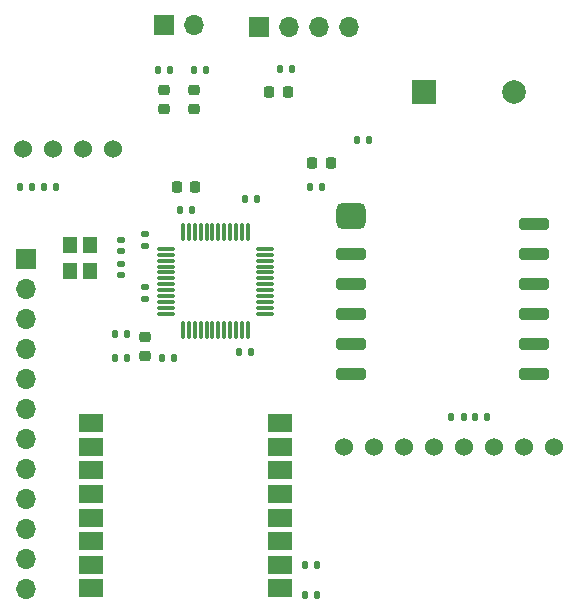
<source format=gbr>
%TF.GenerationSoftware,KiCad,Pcbnew,(6.0.6)*%
%TF.CreationDate,2023-12-09T00:08:52+03:00*%
%TF.ProjectId,MainAvionic-Kicad,4d61696e-4176-4696-9f6e-69632d4b6963,rev?*%
%TF.SameCoordinates,Original*%
%TF.FileFunction,Soldermask,Top*%
%TF.FilePolarity,Negative*%
%FSLAX46Y46*%
G04 Gerber Fmt 4.6, Leading zero omitted, Abs format (unit mm)*
G04 Created by KiCad (PCBNEW (6.0.6)) date 2023-12-09 00:08:52*
%MOMM*%
%LPD*%
G01*
G04 APERTURE LIST*
G04 Aperture macros list*
%AMRoundRect*
0 Rectangle with rounded corners*
0 $1 Rounding radius*
0 $2 $3 $4 $5 $6 $7 $8 $9 X,Y pos of 4 corners*
0 Add a 4 corners polygon primitive as box body*
4,1,4,$2,$3,$4,$5,$6,$7,$8,$9,$2,$3,0*
0 Add four circle primitives for the rounded corners*
1,1,$1+$1,$2,$3*
1,1,$1+$1,$4,$5*
1,1,$1+$1,$6,$7*
1,1,$1+$1,$8,$9*
0 Add four rect primitives between the rounded corners*
20,1,$1+$1,$2,$3,$4,$5,0*
20,1,$1+$1,$4,$5,$6,$7,0*
20,1,$1+$1,$6,$7,$8,$9,0*
20,1,$1+$1,$8,$9,$2,$3,0*%
G04 Aperture macros list end*
%ADD10RoundRect,0.140000X-0.140000X-0.170000X0.140000X-0.170000X0.140000X0.170000X-0.140000X0.170000X0*%
%ADD11RoundRect,0.218750X0.256250X-0.218750X0.256250X0.218750X-0.256250X0.218750X-0.256250X-0.218750X0*%
%ADD12RoundRect,0.218750X0.218750X0.256250X-0.218750X0.256250X-0.218750X-0.256250X0.218750X-0.256250X0*%
%ADD13C,1.524000*%
%ADD14RoundRect,0.140000X0.140000X0.170000X-0.140000X0.170000X-0.140000X-0.170000X0.140000X-0.170000X0*%
%ADD15RoundRect,0.075000X-0.662500X-0.075000X0.662500X-0.075000X0.662500X0.075000X-0.662500X0.075000X0*%
%ADD16RoundRect,0.075000X-0.075000X-0.662500X0.075000X-0.662500X0.075000X0.662500X-0.075000X0.662500X0*%
%ADD17R,2.000000X1.500000*%
%ADD18R,1.700000X1.700000*%
%ADD19O,1.700000X1.700000*%
%ADD20RoundRect,0.135000X0.135000X0.185000X-0.135000X0.185000X-0.135000X-0.185000X0.135000X-0.185000X0*%
%ADD21RoundRect,0.140000X0.170000X-0.140000X0.170000X0.140000X-0.170000X0.140000X-0.170000X-0.140000X0*%
%ADD22RoundRect,0.562500X-0.687500X0.562500X-0.687500X-0.562500X0.687500X-0.562500X0.687500X0.562500X0*%
%ADD23RoundRect,0.250000X-1.000000X0.250000X-1.000000X-0.250000X1.000000X-0.250000X1.000000X0.250000X0*%
%ADD24R,2.000000X2.000000*%
%ADD25C,2.000000*%
%ADD26RoundRect,0.135000X-0.135000X-0.185000X0.135000X-0.185000X0.135000X0.185000X-0.135000X0.185000X0*%
%ADD27RoundRect,0.218750X-0.256250X0.218750X-0.256250X-0.218750X0.256250X-0.218750X0.256250X0.218750X0*%
%ADD28R,1.200000X1.400000*%
%ADD29RoundRect,0.225000X-0.225000X-0.250000X0.225000X-0.250000X0.225000X0.250000X-0.225000X0.250000X0*%
G04 APERTURE END LIST*
D10*
%TO.C,C12*%
X102120000Y-110490000D03*
X103080000Y-110490000D03*
%TD*%
D11*
%TO.C,D6*%
X92710000Y-71907500D03*
X92710000Y-70332500D03*
%TD*%
D12*
%TO.C,D3*%
X104287500Y-76500000D03*
X102712500Y-76500000D03*
%TD*%
D13*
%TO.C,U5*%
X85810000Y-75310000D03*
X83270000Y-75310000D03*
X80730000Y-75310000D03*
X78190000Y-75310000D03*
%TD*%
D14*
%TO.C,C9*%
X86980000Y-93000000D03*
X86020000Y-93000000D03*
%TD*%
D15*
%TO.C,U1*%
X90337500Y-83750000D03*
X90337500Y-84250000D03*
X90337500Y-84750000D03*
X90337500Y-85250000D03*
X90337500Y-85750000D03*
X90337500Y-86250000D03*
X90337500Y-86750000D03*
X90337500Y-87250000D03*
X90337500Y-87750000D03*
X90337500Y-88250000D03*
X90337500Y-88750000D03*
X90337500Y-89250000D03*
D16*
X91750000Y-90662500D03*
X92250000Y-90662500D03*
X92750000Y-90662500D03*
X93250000Y-90662500D03*
X93750000Y-90662500D03*
X94250000Y-90662500D03*
X94750000Y-90662500D03*
X95250000Y-90662500D03*
X95750000Y-90662500D03*
X96250000Y-90662500D03*
X96750000Y-90662500D03*
X97250000Y-90662500D03*
D15*
X98662500Y-89250000D03*
X98662500Y-88750000D03*
X98662500Y-88250000D03*
X98662500Y-87750000D03*
X98662500Y-87250000D03*
X98662500Y-86750000D03*
X98662500Y-86250000D03*
X98662500Y-85750000D03*
X98662500Y-85250000D03*
X98662500Y-84750000D03*
X98662500Y-84250000D03*
X98662500Y-83750000D03*
D16*
X97250000Y-82337500D03*
X96750000Y-82337500D03*
X96250000Y-82337500D03*
X95750000Y-82337500D03*
X95250000Y-82337500D03*
X94750000Y-82337500D03*
X94250000Y-82337500D03*
X93750000Y-82337500D03*
X93250000Y-82337500D03*
X92750000Y-82337500D03*
X92250000Y-82337500D03*
X91750000Y-82337500D03*
%TD*%
D17*
%TO.C,U2*%
X100000000Y-112500000D03*
X100000000Y-110500000D03*
X100000000Y-108500000D03*
X100000000Y-106500000D03*
X100000000Y-104500000D03*
X100000000Y-102500000D03*
X100000000Y-100500000D03*
X100000000Y-98500000D03*
X84000000Y-98500000D03*
X84000000Y-100500000D03*
X84000000Y-102500000D03*
X84000000Y-104500000D03*
X84000000Y-106500000D03*
X84000000Y-108500000D03*
X84000000Y-110500000D03*
X84000000Y-112500000D03*
%TD*%
D18*
%TO.C,J1*%
X98200000Y-64975000D03*
D19*
X100740000Y-64975000D03*
X103280000Y-64975000D03*
X105820000Y-64975000D03*
%TD*%
D20*
%TO.C,R5*%
X90680000Y-68580000D03*
X89660000Y-68580000D03*
%TD*%
D21*
%TO.C,C2*%
X86500000Y-83960000D03*
X86500000Y-83000000D03*
%TD*%
%TO.C,C7*%
X88500000Y-83480000D03*
X88500000Y-82520000D03*
%TD*%
D14*
%TO.C,C6*%
X86980000Y-91000000D03*
X86020000Y-91000000D03*
%TD*%
D22*
%TO.C,U3*%
X106000000Y-81000000D03*
D23*
X106000000Y-84215000D03*
X106000000Y-86755000D03*
X106000000Y-89295000D03*
X106000000Y-91835000D03*
X106000000Y-94375000D03*
X121500000Y-94375000D03*
X121500000Y-91835000D03*
X121500000Y-89295000D03*
X121500000Y-86755000D03*
X121500000Y-84215000D03*
X121500000Y-81675000D03*
%TD*%
D20*
%TO.C,R7*%
X81010000Y-78500000D03*
X79990000Y-78500000D03*
%TD*%
D10*
%TO.C,C4*%
X102120000Y-113030000D03*
X103080000Y-113030000D03*
%TD*%
D24*
%TO.C,BZ1*%
X112200000Y-70500000D03*
D25*
X119800000Y-70500000D03*
%TD*%
D18*
%TO.C,J4*%
X90170000Y-64770000D03*
D19*
X92710000Y-64770000D03*
%TD*%
D26*
%TO.C,R2*%
X99990000Y-68500000D03*
X101010000Y-68500000D03*
%TD*%
D10*
%TO.C,C8*%
X91540000Y-80500000D03*
X92500000Y-80500000D03*
%TD*%
D11*
%TO.C,D5*%
X90170000Y-71907500D03*
X90170000Y-70332500D03*
%TD*%
D12*
%TO.C,D2*%
X100635000Y-70500000D03*
X99060000Y-70500000D03*
%TD*%
D20*
%TO.C,R10*%
X103520000Y-78500000D03*
X102500000Y-78500000D03*
%TD*%
D26*
%TO.C,R9*%
X114490000Y-98000000D03*
X115510000Y-98000000D03*
%TD*%
%TO.C,R4*%
X96990000Y-79500000D03*
X98010000Y-79500000D03*
%TD*%
D27*
%TO.C,FB1*%
X88500000Y-91212500D03*
X88500000Y-92787500D03*
%TD*%
D20*
%TO.C,R8*%
X117510000Y-98000000D03*
X116490000Y-98000000D03*
%TD*%
D21*
%TO.C,C5*%
X86500000Y-85980000D03*
X86500000Y-85020000D03*
%TD*%
D18*
%TO.C,J2*%
X78500000Y-84640000D03*
D19*
X78500000Y-87180000D03*
X78500000Y-89720000D03*
X78500000Y-92260000D03*
X78500000Y-94800000D03*
X78500000Y-97340000D03*
X78500000Y-99880000D03*
X78500000Y-102420000D03*
X78500000Y-104960000D03*
X78500000Y-107500000D03*
X78500000Y-110040000D03*
X78500000Y-112580000D03*
%TD*%
D28*
%TO.C,Y1*%
X82150000Y-83400000D03*
X82150000Y-85600000D03*
X83850000Y-85600000D03*
X83850000Y-83400000D03*
%TD*%
D10*
%TO.C,C11*%
X90020000Y-93000000D03*
X90980000Y-93000000D03*
%TD*%
D29*
%TO.C,C1*%
X91225000Y-78500000D03*
X92775000Y-78500000D03*
%TD*%
D26*
%TO.C,R3*%
X77990000Y-78500000D03*
X79010000Y-78500000D03*
%TD*%
D13*
%TO.C,U4*%
X123190000Y-100560000D03*
X120650000Y-100560000D03*
X118110000Y-100560000D03*
X115570000Y-100560000D03*
X113030000Y-100560000D03*
X110490000Y-100560000D03*
X107950000Y-100560000D03*
X105410000Y-100560000D03*
%TD*%
D26*
%TO.C,R11*%
X106490000Y-74500000D03*
X107510000Y-74500000D03*
%TD*%
%TO.C,R6*%
X92710000Y-68580000D03*
X93730000Y-68580000D03*
%TD*%
D14*
%TO.C,C10*%
X97480000Y-92500000D03*
X96520000Y-92500000D03*
%TD*%
D21*
%TO.C,C3*%
X88500000Y-87980000D03*
X88500000Y-87020000D03*
%TD*%
M02*

</source>
